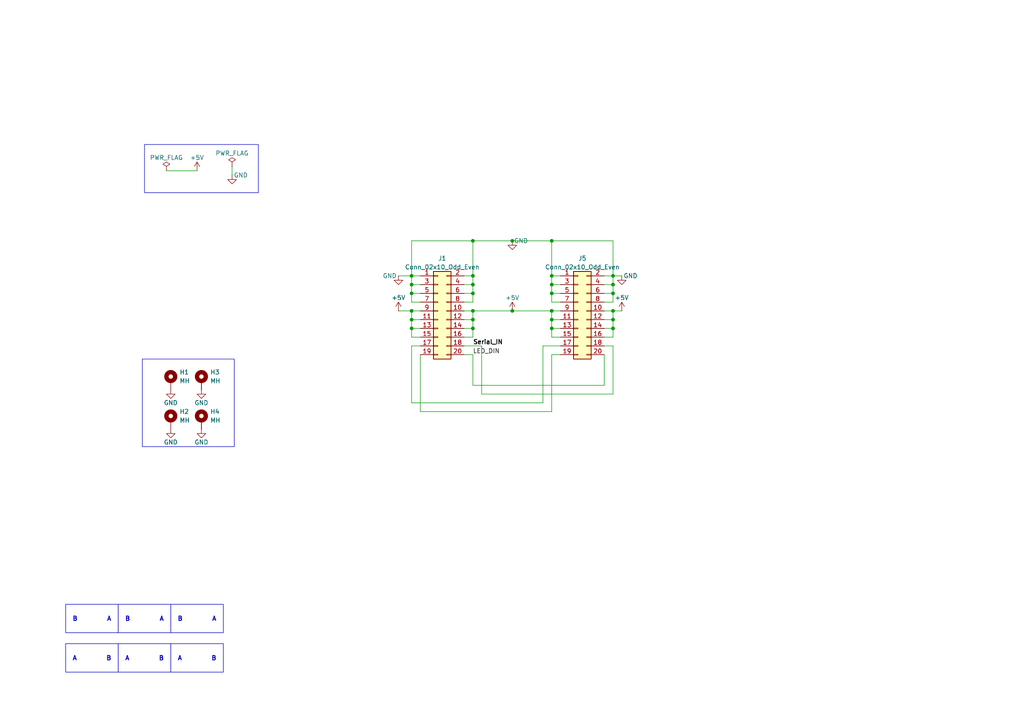
<source format=kicad_sch>
(kicad_sch
	(version 20231120)
	(generator "eeschema")
	(generator_version "8.0")
	(uuid "4a0118d4-2192-466c-b388-156d8d14982b")
	(paper "A4")
	(title_block
		(title "Wooden Mirror")
	)
	(lib_symbols
		(symbol "Connector_Generic:Conn_02x10_Odd_Even"
			(pin_names
				(offset 1.016) hide)
			(exclude_from_sim no)
			(in_bom yes)
			(on_board yes)
			(property "Reference" "J"
				(at 1.27 12.7 0)
				(effects
					(font
						(size 1.27 1.27)
					)
				)
			)
			(property "Value" "Conn_02x10_Odd_Even"
				(at 1.27 -15.24 0)
				(effects
					(font
						(size 1.27 1.27)
					)
				)
			)
			(property "Footprint" ""
				(at 0 0 0)
				(effects
					(font
						(size 1.27 1.27)
					)
					(hide yes)
				)
			)
			(property "Datasheet" "~"
				(at 0 0 0)
				(effects
					(font
						(size 1.27 1.27)
					)
					(hide yes)
				)
			)
			(property "Description" "Generic connector, double row, 02x10, odd/even pin numbering scheme (row 1 odd numbers, row 2 even numbers), script generated (kicad-library-utils/schlib/autogen/connector/)"
				(at 0 0 0)
				(effects
					(font
						(size 1.27 1.27)
					)
					(hide yes)
				)
			)
			(property "ki_keywords" "connector"
				(at 0 0 0)
				(effects
					(font
						(size 1.27 1.27)
					)
					(hide yes)
				)
			)
			(property "ki_fp_filters" "Connector*:*_2x??_*"
				(at 0 0 0)
				(effects
					(font
						(size 1.27 1.27)
					)
					(hide yes)
				)
			)
			(symbol "Conn_02x10_Odd_Even_1_1"
				(rectangle
					(start -1.27 -12.573)
					(end 0 -12.827)
					(stroke
						(width 0.1524)
						(type default)
					)
					(fill
						(type none)
					)
				)
				(rectangle
					(start -1.27 -10.033)
					(end 0 -10.287)
					(stroke
						(width 0.1524)
						(type default)
					)
					(fill
						(type none)
					)
				)
				(rectangle
					(start -1.27 -7.493)
					(end 0 -7.747)
					(stroke
						(width 0.1524)
						(type default)
					)
					(fill
						(type none)
					)
				)
				(rectangle
					(start -1.27 -4.953)
					(end 0 -5.207)
					(stroke
						(width 0.1524)
						(type default)
					)
					(fill
						(type none)
					)
				)
				(rectangle
					(start -1.27 -2.413)
					(end 0 -2.667)
					(stroke
						(width 0.1524)
						(type default)
					)
					(fill
						(type none)
					)
				)
				(rectangle
					(start -1.27 0.127)
					(end 0 -0.127)
					(stroke
						(width 0.1524)
						(type default)
					)
					(fill
						(type none)
					)
				)
				(rectangle
					(start -1.27 2.667)
					(end 0 2.413)
					(stroke
						(width 0.1524)
						(type default)
					)
					(fill
						(type none)
					)
				)
				(rectangle
					(start -1.27 5.207)
					(end 0 4.953)
					(stroke
						(width 0.1524)
						(type default)
					)
					(fill
						(type none)
					)
				)
				(rectangle
					(start -1.27 7.747)
					(end 0 7.493)
					(stroke
						(width 0.1524)
						(type default)
					)
					(fill
						(type none)
					)
				)
				(rectangle
					(start -1.27 10.287)
					(end 0 10.033)
					(stroke
						(width 0.1524)
						(type default)
					)
					(fill
						(type none)
					)
				)
				(rectangle
					(start -1.27 11.43)
					(end 3.81 -13.97)
					(stroke
						(width 0.254)
						(type default)
					)
					(fill
						(type background)
					)
				)
				(rectangle
					(start 3.81 -12.573)
					(end 2.54 -12.827)
					(stroke
						(width 0.1524)
						(type default)
					)
					(fill
						(type none)
					)
				)
				(rectangle
					(start 3.81 -10.033)
					(end 2.54 -10.287)
					(stroke
						(width 0.1524)
						(type default)
					)
					(fill
						(type none)
					)
				)
				(rectangle
					(start 3.81 -7.493)
					(end 2.54 -7.747)
					(stroke
						(width 0.1524)
						(type default)
					)
					(fill
						(type none)
					)
				)
				(rectangle
					(start 3.81 -4.953)
					(end 2.54 -5.207)
					(stroke
						(width 0.1524)
						(type default)
					)
					(fill
						(type none)
					)
				)
				(rectangle
					(start 3.81 -2.413)
					(end 2.54 -2.667)
					(stroke
						(width 0.1524)
						(type default)
					)
					(fill
						(type none)
					)
				)
				(rectangle
					(start 3.81 0.127)
					(end 2.54 -0.127)
					(stroke
						(width 0.1524)
						(type default)
					)
					(fill
						(type none)
					)
				)
				(rectangle
					(start 3.81 2.667)
					(end 2.54 2.413)
					(stroke
						(width 0.1524)
						(type default)
					)
					(fill
						(type none)
					)
				)
				(rectangle
					(start 3.81 5.207)
					(end 2.54 4.953)
					(stroke
						(width 0.1524)
						(type default)
					)
					(fill
						(type none)
					)
				)
				(rectangle
					(start 3.81 7.747)
					(end 2.54 7.493)
					(stroke
						(width 0.1524)
						(type default)
					)
					(fill
						(type none)
					)
				)
				(rectangle
					(start 3.81 10.287)
					(end 2.54 10.033)
					(stroke
						(width 0.1524)
						(type default)
					)
					(fill
						(type none)
					)
				)
				(pin passive line
					(at -5.08 10.16 0)
					(length 3.81)
					(name "Pin_1"
						(effects
							(font
								(size 1.27 1.27)
							)
						)
					)
					(number "1"
						(effects
							(font
								(size 1.27 1.27)
							)
						)
					)
				)
				(pin passive line
					(at 7.62 0 180)
					(length 3.81)
					(name "Pin_10"
						(effects
							(font
								(size 1.27 1.27)
							)
						)
					)
					(number "10"
						(effects
							(font
								(size 1.27 1.27)
							)
						)
					)
				)
				(pin passive line
					(at -5.08 -2.54 0)
					(length 3.81)
					(name "Pin_11"
						(effects
							(font
								(size 1.27 1.27)
							)
						)
					)
					(number "11"
						(effects
							(font
								(size 1.27 1.27)
							)
						)
					)
				)
				(pin passive line
					(at 7.62 -2.54 180)
					(length 3.81)
					(name "Pin_12"
						(effects
							(font
								(size 1.27 1.27)
							)
						)
					)
					(number "12"
						(effects
							(font
								(size 1.27 1.27)
							)
						)
					)
				)
				(pin passive line
					(at -5.08 -5.08 0)
					(length 3.81)
					(name "Pin_13"
						(effects
							(font
								(size 1.27 1.27)
							)
						)
					)
					(number "13"
						(effects
							(font
								(size 1.27 1.27)
							)
						)
					)
				)
				(pin passive line
					(at 7.62 -5.08 180)
					(length 3.81)
					(name "Pin_14"
						(effects
							(font
								(size 1.27 1.27)
							)
						)
					)
					(number "14"
						(effects
							(font
								(size 1.27 1.27)
							)
						)
					)
				)
				(pin passive line
					(at -5.08 -7.62 0)
					(length 3.81)
					(name "Pin_15"
						(effects
							(font
								(size 1.27 1.27)
							)
						)
					)
					(number "15"
						(effects
							(font
								(size 1.27 1.27)
							)
						)
					)
				)
				(pin passive line
					(at 7.62 -7.62 180)
					(length 3.81)
					(name "Pin_16"
						(effects
							(font
								(size 1.27 1.27)
							)
						)
					)
					(number "16"
						(effects
							(font
								(size 1.27 1.27)
							)
						)
					)
				)
				(pin passive line
					(at -5.08 -10.16 0)
					(length 3.81)
					(name "Pin_17"
						(effects
							(font
								(size 1.27 1.27)
							)
						)
					)
					(number "17"
						(effects
							(font
								(size 1.27 1.27)
							)
						)
					)
				)
				(pin passive line
					(at 7.62 -10.16 180)
					(length 3.81)
					(name "Pin_18"
						(effects
							(font
								(size 1.27 1.27)
							)
						)
					)
					(number "18"
						(effects
							(font
								(size 1.27 1.27)
							)
						)
					)
				)
				(pin passive line
					(at -5.08 -12.7 0)
					(length 3.81)
					(name "Pin_19"
						(effects
							(font
								(size 1.27 1.27)
							)
						)
					)
					(number "19"
						(effects
							(font
								(size 1.27 1.27)
							)
						)
					)
				)
				(pin passive line
					(at 7.62 10.16 180)
					(length 3.81)
					(name "Pin_2"
						(effects
							(font
								(size 1.27 1.27)
							)
						)
					)
					(number "2"
						(effects
							(font
								(size 1.27 1.27)
							)
						)
					)
				)
				(pin passive line
					(at 7.62 -12.7 180)
					(length 3.81)
					(name "Pin_20"
						(effects
							(font
								(size 1.27 1.27)
							)
						)
					)
					(number "20"
						(effects
							(font
								(size 1.27 1.27)
							)
						)
					)
				)
				(pin passive line
					(at -5.08 7.62 0)
					(length 3.81)
					(name "Pin_3"
						(effects
							(font
								(size 1.27 1.27)
							)
						)
					)
					(number "3"
						(effects
							(font
								(size 1.27 1.27)
							)
						)
					)
				)
				(pin passive line
					(at 7.62 7.62 180)
					(length 3.81)
					(name "Pin_4"
						(effects
							(font
								(size 1.27 1.27)
							)
						)
					)
					(number "4"
						(effects
							(font
								(size 1.27 1.27)
							)
						)
					)
				)
				(pin passive line
					(at -5.08 5.08 0)
					(length 3.81)
					(name "Pin_5"
						(effects
							(font
								(size 1.27 1.27)
							)
						)
					)
					(number "5"
						(effects
							(font
								(size 1.27 1.27)
							)
						)
					)
				)
				(pin passive line
					(at 7.62 5.08 180)
					(length 3.81)
					(name "Pin_6"
						(effects
							(font
								(size 1.27 1.27)
							)
						)
					)
					(number "6"
						(effects
							(font
								(size 1.27 1.27)
							)
						)
					)
				)
				(pin passive line
					(at -5.08 2.54 0)
					(length 3.81)
					(name "Pin_7"
						(effects
							(font
								(size 1.27 1.27)
							)
						)
					)
					(number "7"
						(effects
							(font
								(size 1.27 1.27)
							)
						)
					)
				)
				(pin passive line
					(at 7.62 2.54 180)
					(length 3.81)
					(name "Pin_8"
						(effects
							(font
								(size 1.27 1.27)
							)
						)
					)
					(number "8"
						(effects
							(font
								(size 1.27 1.27)
							)
						)
					)
				)
				(pin passive line
					(at -5.08 0 0)
					(length 3.81)
					(name "Pin_9"
						(effects
							(font
								(size 1.27 1.27)
							)
						)
					)
					(number "9"
						(effects
							(font
								(size 1.27 1.27)
							)
						)
					)
				)
			)
		)
		(symbol "Mechanical:MountingHole_Pad"
			(pin_numbers hide)
			(pin_names
				(offset 1.016) hide)
			(exclude_from_sim yes)
			(in_bom no)
			(on_board yes)
			(property "Reference" "H"
				(at 0 6.35 0)
				(effects
					(font
						(size 1.27 1.27)
					)
				)
			)
			(property "Value" "MountingHole_Pad"
				(at 0 4.445 0)
				(effects
					(font
						(size 1.27 1.27)
					)
				)
			)
			(property "Footprint" ""
				(at 0 0 0)
				(effects
					(font
						(size 1.27 1.27)
					)
					(hide yes)
				)
			)
			(property "Datasheet" "~"
				(at 0 0 0)
				(effects
					(font
						(size 1.27 1.27)
					)
					(hide yes)
				)
			)
			(property "Description" "Mounting Hole with connection"
				(at 0 0 0)
				(effects
					(font
						(size 1.27 1.27)
					)
					(hide yes)
				)
			)
			(property "ki_keywords" "mounting hole"
				(at 0 0 0)
				(effects
					(font
						(size 1.27 1.27)
					)
					(hide yes)
				)
			)
			(property "ki_fp_filters" "MountingHole*Pad*"
				(at 0 0 0)
				(effects
					(font
						(size 1.27 1.27)
					)
					(hide yes)
				)
			)
			(symbol "MountingHole_Pad_0_1"
				(circle
					(center 0 1.27)
					(radius 1.27)
					(stroke
						(width 1.27)
						(type default)
					)
					(fill
						(type none)
					)
				)
			)
			(symbol "MountingHole_Pad_1_1"
				(pin input line
					(at 0 -2.54 90)
					(length 2.54)
					(name "1"
						(effects
							(font
								(size 1.27 1.27)
							)
						)
					)
					(number "1"
						(effects
							(font
								(size 1.27 1.27)
							)
						)
					)
				)
			)
		)
		(symbol "power:+5V"
			(power)
			(pin_numbers hide)
			(pin_names
				(offset 0) hide)
			(exclude_from_sim no)
			(in_bom yes)
			(on_board yes)
			(property "Reference" "#PWR"
				(at 0 -3.81 0)
				(effects
					(font
						(size 1.27 1.27)
					)
					(hide yes)
				)
			)
			(property "Value" "+5V"
				(at 0 3.556 0)
				(effects
					(font
						(size 1.27 1.27)
					)
				)
			)
			(property "Footprint" ""
				(at 0 0 0)
				(effects
					(font
						(size 1.27 1.27)
					)
					(hide yes)
				)
			)
			(property "Datasheet" ""
				(at 0 0 0)
				(effects
					(font
						(size 1.27 1.27)
					)
					(hide yes)
				)
			)
			(property "Description" "Power symbol creates a global label with name \"+5V\""
				(at 0 0 0)
				(effects
					(font
						(size 1.27 1.27)
					)
					(hide yes)
				)
			)
			(property "ki_keywords" "global power"
				(at 0 0 0)
				(effects
					(font
						(size 1.27 1.27)
					)
					(hide yes)
				)
			)
			(symbol "+5V_0_1"
				(polyline
					(pts
						(xy -0.762 1.27) (xy 0 2.54)
					)
					(stroke
						(width 0)
						(type default)
					)
					(fill
						(type none)
					)
				)
				(polyline
					(pts
						(xy 0 0) (xy 0 2.54)
					)
					(stroke
						(width 0)
						(type default)
					)
					(fill
						(type none)
					)
				)
				(polyline
					(pts
						(xy 0 2.54) (xy 0.762 1.27)
					)
					(stroke
						(width 0)
						(type default)
					)
					(fill
						(type none)
					)
				)
			)
			(symbol "+5V_1_1"
				(pin power_in line
					(at 0 0 90)
					(length 0)
					(name "~"
						(effects
							(font
								(size 1.27 1.27)
							)
						)
					)
					(number "1"
						(effects
							(font
								(size 1.27 1.27)
							)
						)
					)
				)
			)
		)
		(symbol "power:GND"
			(power)
			(pin_numbers hide)
			(pin_names
				(offset 0) hide)
			(exclude_from_sim no)
			(in_bom yes)
			(on_board yes)
			(property "Reference" "#PWR"
				(at 0 -6.35 0)
				(effects
					(font
						(size 1.27 1.27)
					)
					(hide yes)
				)
			)
			(property "Value" "GND"
				(at 0 -3.81 0)
				(effects
					(font
						(size 1.27 1.27)
					)
				)
			)
			(property "Footprint" ""
				(at 0 0 0)
				(effects
					(font
						(size 1.27 1.27)
					)
					(hide yes)
				)
			)
			(property "Datasheet" ""
				(at 0 0 0)
				(effects
					(font
						(size 1.27 1.27)
					)
					(hide yes)
				)
			)
			(property "Description" "Power symbol creates a global label with name \"GND\" , ground"
				(at 0 0 0)
				(effects
					(font
						(size 1.27 1.27)
					)
					(hide yes)
				)
			)
			(property "ki_keywords" "global power"
				(at 0 0 0)
				(effects
					(font
						(size 1.27 1.27)
					)
					(hide yes)
				)
			)
			(symbol "GND_0_1"
				(polyline
					(pts
						(xy 0 0) (xy 0 -1.27) (xy 1.27 -1.27) (xy 0 -2.54) (xy -1.27 -1.27) (xy 0 -1.27)
					)
					(stroke
						(width 0)
						(type default)
					)
					(fill
						(type none)
					)
				)
			)
			(symbol "GND_1_1"
				(pin power_in line
					(at 0 0 270)
					(length 0)
					(name "~"
						(effects
							(font
								(size 1.27 1.27)
							)
						)
					)
					(number "1"
						(effects
							(font
								(size 1.27 1.27)
							)
						)
					)
				)
			)
		)
		(symbol "power:PWR_FLAG"
			(power)
			(pin_numbers hide)
			(pin_names
				(offset 0) hide)
			(exclude_from_sim no)
			(in_bom yes)
			(on_board yes)
			(property "Reference" "#FLG"
				(at 0 1.905 0)
				(effects
					(font
						(size 1.27 1.27)
					)
					(hide yes)
				)
			)
			(property "Value" "PWR_FLAG"
				(at 0 3.81 0)
				(effects
					(font
						(size 1.27 1.27)
					)
				)
			)
			(property "Footprint" ""
				(at 0 0 0)
				(effects
					(font
						(size 1.27 1.27)
					)
					(hide yes)
				)
			)
			(property "Datasheet" "~"
				(at 0 0 0)
				(effects
					(font
						(size 1.27 1.27)
					)
					(hide yes)
				)
			)
			(property "Description" "Special symbol for telling ERC where power comes from"
				(at 0 0 0)
				(effects
					(font
						(size 1.27 1.27)
					)
					(hide yes)
				)
			)
			(property "ki_keywords" "flag power"
				(at 0 0 0)
				(effects
					(font
						(size 1.27 1.27)
					)
					(hide yes)
				)
			)
			(symbol "PWR_FLAG_0_0"
				(pin power_out line
					(at 0 0 90)
					(length 0)
					(name "~"
						(effects
							(font
								(size 1.27 1.27)
							)
						)
					)
					(number "1"
						(effects
							(font
								(size 1.27 1.27)
							)
						)
					)
				)
			)
			(symbol "PWR_FLAG_0_1"
				(polyline
					(pts
						(xy 0 0) (xy 0 1.27) (xy -1.016 1.905) (xy 0 2.54) (xy 1.016 1.905) (xy 0 1.27)
					)
					(stroke
						(width 0)
						(type default)
					)
					(fill
						(type none)
					)
				)
			)
		)
	)
	(junction
		(at 148.59 69.85)
		(diameter 0)
		(color 0 0 0 0)
		(uuid "0965be02-2ef8-4725-87bb-5cab2e5b8123")
	)
	(junction
		(at 119.38 90.17)
		(diameter 0)
		(color 0 0 0 0)
		(uuid "0e380396-8d6f-4ff1-97a4-f46e4b45d9e9")
	)
	(junction
		(at 177.8 82.55)
		(diameter 0)
		(color 0 0 0 0)
		(uuid "24a30af3-a217-4a7f-94db-3b527ad4f3e0")
	)
	(junction
		(at 177.8 80.01)
		(diameter 0)
		(color 0 0 0 0)
		(uuid "2efbfe6f-7b97-4545-b6e7-a3035dfb3d31")
	)
	(junction
		(at 137.16 90.17)
		(diameter 0)
		(color 0 0 0 0)
		(uuid "357c4456-1d01-4f23-a200-af92d891b451")
	)
	(junction
		(at 119.38 82.55)
		(diameter 0)
		(color 0 0 0 0)
		(uuid "3ab3ee9b-1e1c-4339-b0bc-df697b784a8a")
	)
	(junction
		(at 177.8 95.25)
		(diameter 0)
		(color 0 0 0 0)
		(uuid "499e9dfe-147a-4230-b4a8-7ca01213c0f9")
	)
	(junction
		(at 137.16 69.85)
		(diameter 0)
		(color 0 0 0 0)
		(uuid "4c9c63dd-038e-4594-800f-09d4588bea87")
	)
	(junction
		(at 160.02 82.55)
		(diameter 0)
		(color 0 0 0 0)
		(uuid "5136bfb9-9ce0-4ecc-a477-00c3445bb4a7")
	)
	(junction
		(at 137.16 80.01)
		(diameter 0)
		(color 0 0 0 0)
		(uuid "5967beb9-8a75-4f6a-b660-01ec94e188e9")
	)
	(junction
		(at 119.38 95.25)
		(diameter 0)
		(color 0 0 0 0)
		(uuid "59f54067-3323-452c-9509-8bb2b2da501a")
	)
	(junction
		(at 137.16 82.55)
		(diameter 0)
		(color 0 0 0 0)
		(uuid "63e8e42e-03d7-43f6-8a43-e77ec9d9afcf")
	)
	(junction
		(at 160.02 80.01)
		(diameter 0)
		(color 0 0 0 0)
		(uuid "68cd387c-22f3-4631-917b-80aa3605ee17")
	)
	(junction
		(at 160.02 90.17)
		(diameter 0)
		(color 0 0 0 0)
		(uuid "69c36510-4208-4f52-9e15-0499d957483b")
	)
	(junction
		(at 160.02 69.85)
		(diameter 0)
		(color 0 0 0 0)
		(uuid "6a2195e4-d479-42db-954d-184f186baa6d")
	)
	(junction
		(at 160.02 85.09)
		(diameter 0)
		(color 0 0 0 0)
		(uuid "6ce361c6-ccfe-4713-a34e-b59c840d3c7a")
	)
	(junction
		(at 160.02 95.25)
		(diameter 0)
		(color 0 0 0 0)
		(uuid "6eb2580a-33cb-4b07-b0b4-254b1a094a45")
	)
	(junction
		(at 177.8 85.09)
		(diameter 0)
		(color 0 0 0 0)
		(uuid "77ab9100-0a02-49e8-a551-ca5582a2b077")
	)
	(junction
		(at 137.16 92.71)
		(diameter 0)
		(color 0 0 0 0)
		(uuid "7e1dd366-d1ad-4f9b-9fa5-cafb2864a80b")
	)
	(junction
		(at 177.8 90.17)
		(diameter 0)
		(color 0 0 0 0)
		(uuid "a1b56ee2-62dc-4c5e-b4c3-732e08b1afe1")
	)
	(junction
		(at 119.38 85.09)
		(diameter 0)
		(color 0 0 0 0)
		(uuid "a4f2b6a6-c7a9-4179-9165-efb33c417932")
	)
	(junction
		(at 137.16 95.25)
		(diameter 0)
		(color 0 0 0 0)
		(uuid "bff3bc81-e25e-4c94-99f9-6f240fc7c349")
	)
	(junction
		(at 148.59 90.17)
		(diameter 0)
		(color 0 0 0 0)
		(uuid "d1e40a8b-b151-4596-9bad-4d9a35cb7d19")
	)
	(junction
		(at 119.38 92.71)
		(diameter 0)
		(color 0 0 0 0)
		(uuid "d41c3897-8a74-46e0-920d-17d47a1f6c99")
	)
	(junction
		(at 177.8 92.71)
		(diameter 0)
		(color 0 0 0 0)
		(uuid "e7bb01ea-e301-4d9f-a142-9d28db697c1c")
	)
	(junction
		(at 137.16 85.09)
		(diameter 0)
		(color 0 0 0 0)
		(uuid "ec14137a-720f-4420-b078-fe458a08cff2")
	)
	(junction
		(at 119.38 80.01)
		(diameter 0)
		(color 0 0 0 0)
		(uuid "ee008d7a-bc13-4544-843c-e85886d323a6")
	)
	(junction
		(at 160.02 92.71)
		(diameter 0)
		(color 0 0 0 0)
		(uuid "ffe10bde-61fd-4adb-afe9-9648c761bc4a")
	)
	(wire
		(pts
			(xy 134.62 102.87) (xy 137.16 102.87)
		)
		(stroke
			(width 0)
			(type default)
		)
		(uuid "00745380-e107-48e1-b8f6-2538c52c709f")
	)
	(wire
		(pts
			(xy 134.62 92.71) (xy 137.16 92.71)
		)
		(stroke
			(width 0)
			(type default)
		)
		(uuid "0178ad8f-2e83-486e-b50b-753906b60749")
	)
	(wire
		(pts
			(xy 119.38 97.79) (xy 119.38 95.25)
		)
		(stroke
			(width 0)
			(type default)
		)
		(uuid "03869771-1b15-4ee0-9d31-41e13dd68869")
	)
	(wire
		(pts
			(xy 162.56 87.63) (xy 160.02 87.63)
		)
		(stroke
			(width 0)
			(type default)
		)
		(uuid "068d9fd3-f122-4791-a7d8-3aede5aa69d1")
	)
	(wire
		(pts
			(xy 177.8 97.79) (xy 177.8 95.25)
		)
		(stroke
			(width 0)
			(type default)
		)
		(uuid "0a6cbbf1-dace-421c-b5a5-e166e90db3d1")
	)
	(wire
		(pts
			(xy 139.7 114.3) (xy 177.8 114.3)
		)
		(stroke
			(width 0)
			(type default)
		)
		(uuid "0c01232d-6f0b-4897-b006-fec7cf374977")
	)
	(wire
		(pts
			(xy 177.8 95.25) (xy 177.8 92.71)
		)
		(stroke
			(width 0)
			(type default)
		)
		(uuid "0d828efc-8e06-4e5c-8cc7-3d349394c658")
	)
	(wire
		(pts
			(xy 175.26 90.17) (xy 177.8 90.17)
		)
		(stroke
			(width 0)
			(type default)
		)
		(uuid "0fec11cc-a298-4ad9-a3d8-0a8d28db7ce6")
	)
	(wire
		(pts
			(xy 139.7 100.33) (xy 139.7 114.3)
		)
		(stroke
			(width 0)
			(type default)
		)
		(uuid "151ff5ea-5b45-4289-95cd-24fc3d65a6d1")
	)
	(wire
		(pts
			(xy 137.16 102.87) (xy 137.16 111.76)
		)
		(stroke
			(width 0)
			(type default)
		)
		(uuid "154933c5-ed66-4e58-9afc-7ad7abd88a0d")
	)
	(wire
		(pts
			(xy 115.57 90.17) (xy 119.38 90.17)
		)
		(stroke
			(width 0)
			(type default)
		)
		(uuid "1d9bbb02-6c52-4018-94ab-4590f75d1137")
	)
	(wire
		(pts
			(xy 121.92 95.25) (xy 119.38 95.25)
		)
		(stroke
			(width 0)
			(type default)
		)
		(uuid "1f10df53-d5f1-4a58-a093-d08ea6488e83")
	)
	(wire
		(pts
			(xy 162.56 82.55) (xy 160.02 82.55)
		)
		(stroke
			(width 0)
			(type default)
		)
		(uuid "236b00be-cf14-4c2b-b4ce-761498edd52d")
	)
	(wire
		(pts
			(xy 160.02 102.87) (xy 160.02 119.38)
		)
		(stroke
			(width 0)
			(type default)
		)
		(uuid "2570436d-b755-404d-ad2b-87ac93bc638b")
	)
	(wire
		(pts
			(xy 162.56 95.25) (xy 160.02 95.25)
		)
		(stroke
			(width 0)
			(type default)
		)
		(uuid "27a7ed3b-64ed-4f9d-beb8-9cefda225cc5")
	)
	(wire
		(pts
			(xy 137.16 92.71) (xy 137.16 90.17)
		)
		(stroke
			(width 0)
			(type default)
		)
		(uuid "2a0796cf-9d71-4929-a65c-872d03dedcec")
	)
	(wire
		(pts
			(xy 119.38 69.85) (xy 119.38 80.01)
		)
		(stroke
			(width 0)
			(type default)
		)
		(uuid "2d8d5eed-a4ef-4826-a5f8-d4a6e4db7df8")
	)
	(wire
		(pts
			(xy 175.26 87.63) (xy 177.8 87.63)
		)
		(stroke
			(width 0)
			(type default)
		)
		(uuid "2db7536d-d326-4c33-a22f-10a72b05ebe5")
	)
	(wire
		(pts
			(xy 67.31 48.26) (xy 67.31 50.8)
		)
		(stroke
			(width 0)
			(type default)
		)
		(uuid "2ec11fe4-90d9-4fe0-82f2-c996bd1a6a6f")
	)
	(wire
		(pts
			(xy 134.62 87.63) (xy 137.16 87.63)
		)
		(stroke
			(width 0)
			(type default)
		)
		(uuid "32e14ca4-ced7-4cbd-9a84-e2a377f15951")
	)
	(wire
		(pts
			(xy 119.38 95.25) (xy 119.38 92.71)
		)
		(stroke
			(width 0)
			(type default)
		)
		(uuid "3b1e48db-4093-4744-b604-8cc5dcfb5b34")
	)
	(wire
		(pts
			(xy 160.02 95.25) (xy 160.02 92.71)
		)
		(stroke
			(width 0)
			(type default)
		)
		(uuid "4250841b-c598-4b43-b31e-6e7f45de4fab")
	)
	(wire
		(pts
			(xy 162.56 97.79) (xy 160.02 97.79)
		)
		(stroke
			(width 0)
			(type default)
		)
		(uuid "42e06327-0f91-4e49-bd3f-b2188a0ada1d")
	)
	(wire
		(pts
			(xy 121.92 80.01) (xy 119.38 80.01)
		)
		(stroke
			(width 0)
			(type default)
		)
		(uuid "44835c57-66f9-4902-9fe7-87651245717e")
	)
	(wire
		(pts
			(xy 162.56 80.01) (xy 160.02 80.01)
		)
		(stroke
			(width 0)
			(type default)
		)
		(uuid "4bc5344c-33fe-48d5-9a23-3a7b7ec21e21")
	)
	(wire
		(pts
			(xy 160.02 80.01) (xy 160.02 69.85)
		)
		(stroke
			(width 0)
			(type default)
		)
		(uuid "4df3c50a-e24e-4fbc-b585-0e17e39fbde3")
	)
	(wire
		(pts
			(xy 177.8 92.71) (xy 177.8 90.17)
		)
		(stroke
			(width 0)
			(type default)
		)
		(uuid "4f79c011-7b4c-4c67-95be-dd8a5191f213")
	)
	(wire
		(pts
			(xy 121.92 119.38) (xy 121.92 102.87)
		)
		(stroke
			(width 0)
			(type default)
		)
		(uuid "53eecda9-9205-4911-a7d0-d512ed25f9b7")
	)
	(wire
		(pts
			(xy 119.38 87.63) (xy 119.38 85.09)
		)
		(stroke
			(width 0)
			(type default)
		)
		(uuid "5528c98f-f851-47e0-a2cf-f36c9e5cda1d")
	)
	(wire
		(pts
			(xy 134.62 90.17) (xy 137.16 90.17)
		)
		(stroke
			(width 0)
			(type default)
		)
		(uuid "57172849-3698-4335-9d18-7ca902a6bb4e")
	)
	(wire
		(pts
			(xy 160.02 87.63) (xy 160.02 85.09)
		)
		(stroke
			(width 0)
			(type default)
		)
		(uuid "57aca569-cd2f-4e37-b60e-52017ca2e3d4")
	)
	(wire
		(pts
			(xy 177.8 90.17) (xy 180.34 90.17)
		)
		(stroke
			(width 0)
			(type default)
		)
		(uuid "58622a93-3fc4-4fa5-ab46-49e5f2881c5d")
	)
	(wire
		(pts
			(xy 121.92 97.79) (xy 119.38 97.79)
		)
		(stroke
			(width 0)
			(type default)
		)
		(uuid "58af09cf-ac84-4886-aff1-36069aa4d038")
	)
	(wire
		(pts
			(xy 137.16 90.17) (xy 148.59 90.17)
		)
		(stroke
			(width 0)
			(type default)
		)
		(uuid "5b8980ff-3579-474d-a7f7-b52fa5e56091")
	)
	(wire
		(pts
			(xy 137.16 111.76) (xy 175.26 111.76)
		)
		(stroke
			(width 0)
			(type default)
		)
		(uuid "5c72e781-fdfc-4d1a-82cb-23d78c10d106")
	)
	(wire
		(pts
			(xy 121.92 87.63) (xy 119.38 87.63)
		)
		(stroke
			(width 0)
			(type default)
		)
		(uuid "5d561197-a37a-4e86-8e37-dfff81748f64")
	)
	(wire
		(pts
			(xy 162.56 92.71) (xy 160.02 92.71)
		)
		(stroke
			(width 0)
			(type default)
		)
		(uuid "5f1f2593-034c-492d-9ad3-dd58fac2b42d")
	)
	(wire
		(pts
			(xy 119.38 90.17) (xy 121.92 90.17)
		)
		(stroke
			(width 0)
			(type default)
		)
		(uuid "6002686d-f922-4744-afc0-91fba555b4db")
	)
	(wire
		(pts
			(xy 134.62 82.55) (xy 137.16 82.55)
		)
		(stroke
			(width 0)
			(type default)
		)
		(uuid "6376d548-4238-44c4-be16-dababc2dce54")
	)
	(wire
		(pts
			(xy 121.92 92.71) (xy 119.38 92.71)
		)
		(stroke
			(width 0)
			(type default)
		)
		(uuid "642b4827-e799-4bd9-8c35-4d812f1649b8")
	)
	(wire
		(pts
			(xy 134.62 80.01) (xy 137.16 80.01)
		)
		(stroke
			(width 0)
			(type default)
		)
		(uuid "64da9030-6be7-4a58-bf56-084e8c12ed61")
	)
	(wire
		(pts
			(xy 175.26 111.76) (xy 175.26 102.87)
		)
		(stroke
			(width 0)
			(type default)
		)
		(uuid "652dfbf3-a15e-49af-9b7d-537ae7499c7a")
	)
	(wire
		(pts
			(xy 119.38 100.33) (xy 121.92 100.33)
		)
		(stroke
			(width 0)
			(type default)
		)
		(uuid "65e9ea7d-14cd-4fd9-b47d-23cb07b079ea")
	)
	(wire
		(pts
			(xy 134.62 100.33) (xy 139.7 100.33)
		)
		(stroke
			(width 0)
			(type default)
		)
		(uuid "69039de4-0222-4078-839a-771777d5ab98")
	)
	(wire
		(pts
			(xy 148.59 90.17) (xy 160.02 90.17)
		)
		(stroke
			(width 0)
			(type default)
		)
		(uuid "6bae2f77-69d6-4ea7-b5bd-6a92b273d28d")
	)
	(wire
		(pts
			(xy 175.26 80.01) (xy 177.8 80.01)
		)
		(stroke
			(width 0)
			(type default)
		)
		(uuid "6be43e8a-6586-4a0b-a180-74dde2da183c")
	)
	(wire
		(pts
			(xy 175.26 92.71) (xy 177.8 92.71)
		)
		(stroke
			(width 0)
			(type default)
		)
		(uuid "733127e1-8354-4aec-9ced-dccc605ec103")
	)
	(wire
		(pts
			(xy 177.8 69.85) (xy 177.8 80.01)
		)
		(stroke
			(width 0)
			(type default)
		)
		(uuid "7cbc2f14-31b3-4479-9ab0-2b753a132feb")
	)
	(wire
		(pts
			(xy 119.38 69.85) (xy 137.16 69.85)
		)
		(stroke
			(width 0)
			(type default)
		)
		(uuid "828f9abd-f182-42b2-9a06-66ff47f97f26")
	)
	(wire
		(pts
			(xy 134.62 85.09) (xy 137.16 85.09)
		)
		(stroke
			(width 0)
			(type default)
		)
		(uuid "82bba9bf-dc58-486a-b52f-9a48a01f5097")
	)
	(wire
		(pts
			(xy 157.48 116.84) (xy 119.38 116.84)
		)
		(stroke
			(width 0)
			(type default)
		)
		(uuid "8405a0e4-6356-47f5-bad8-d5048e81e09e")
	)
	(wire
		(pts
			(xy 134.62 95.25) (xy 137.16 95.25)
		)
		(stroke
			(width 0)
			(type default)
		)
		(uuid "84ce3907-6f4c-4bb5-9a0e-55ca2f3388cd")
	)
	(wire
		(pts
			(xy 160.02 97.79) (xy 160.02 95.25)
		)
		(stroke
			(width 0)
			(type default)
		)
		(uuid "856b54b3-3b1d-4664-a93e-38f19b7c8baf")
	)
	(wire
		(pts
			(xy 148.59 69.85) (xy 160.02 69.85)
		)
		(stroke
			(width 0)
			(type default)
		)
		(uuid "8e99905b-000f-493f-b607-04fba171eeb2")
	)
	(wire
		(pts
			(xy 177.8 80.01) (xy 180.34 80.01)
		)
		(stroke
			(width 0)
			(type default)
		)
		(uuid "8f962f84-b860-463a-ae46-98c1f880434d")
	)
	(wire
		(pts
			(xy 157.48 100.33) (xy 157.48 116.84)
		)
		(stroke
			(width 0)
			(type default)
		)
		(uuid "900e841b-d56c-43a9-af81-014038f96f2e")
	)
	(wire
		(pts
			(xy 175.26 97.79) (xy 177.8 97.79)
		)
		(stroke
			(width 0)
			(type default)
		)
		(uuid "950b7cae-b579-4dc4-8ff1-e3cf598d4900")
	)
	(wire
		(pts
			(xy 160.02 90.17) (xy 160.02 92.71)
		)
		(stroke
			(width 0)
			(type default)
		)
		(uuid "9595ec8f-51d4-49ea-af07-69434bcb351e")
	)
	(wire
		(pts
			(xy 177.8 114.3) (xy 177.8 100.33)
		)
		(stroke
			(width 0)
			(type default)
		)
		(uuid "97045c16-62c7-434e-89f4-bae268cb8748")
	)
	(wire
		(pts
			(xy 175.26 82.55) (xy 177.8 82.55)
		)
		(stroke
			(width 0)
			(type default)
		)
		(uuid "9c4ea27a-2e99-4e1d-962e-ea5a04246d70")
	)
	(wire
		(pts
			(xy 177.8 87.63) (xy 177.8 85.09)
		)
		(stroke
			(width 0)
			(type default)
		)
		(uuid "9f6c5249-9999-43fc-b58b-47c3653abb64")
	)
	(wire
		(pts
			(xy 48.26 49.53) (xy 57.15 49.53)
		)
		(stroke
			(width 0)
			(type default)
		)
		(uuid "a824a85c-27a2-46c9-b1a5-861514dcf474")
	)
	(wire
		(pts
			(xy 177.8 100.33) (xy 175.26 100.33)
		)
		(stroke
			(width 0)
			(type default)
		)
		(uuid "a90a4d38-d826-4c21-bf7c-d842416748ca")
	)
	(wire
		(pts
			(xy 137.16 82.55) (xy 137.16 85.09)
		)
		(stroke
			(width 0)
			(type default)
		)
		(uuid "b454803d-337a-4e6e-a290-5f038fc29f7d")
	)
	(wire
		(pts
			(xy 137.16 95.25) (xy 137.16 92.71)
		)
		(stroke
			(width 0)
			(type default)
		)
		(uuid "b61af39f-9b96-4137-b764-5004ba8693aa")
	)
	(wire
		(pts
			(xy 175.26 95.25) (xy 177.8 95.25)
		)
		(stroke
			(width 0)
			(type default)
		)
		(uuid "b6fcddb5-9b30-4479-9f6d-a398b8daaebe")
	)
	(wire
		(pts
			(xy 137.16 80.01) (xy 137.16 82.55)
		)
		(stroke
			(width 0)
			(type default)
		)
		(uuid "bab26b6c-158e-48d1-8563-d2b6f06354ec")
	)
	(wire
		(pts
			(xy 177.8 69.85) (xy 160.02 69.85)
		)
		(stroke
			(width 0)
			(type default)
		)
		(uuid "bb95b463-c46f-40b8-b246-9a0ab89e0137")
	)
	(wire
		(pts
			(xy 119.38 90.17) (xy 119.38 92.71)
		)
		(stroke
			(width 0)
			(type default)
		)
		(uuid "c27b1cae-a3b3-4132-884e-e22a42d5891d")
	)
	(wire
		(pts
			(xy 119.38 80.01) (xy 119.38 82.55)
		)
		(stroke
			(width 0)
			(type default)
		)
		(uuid "c55c0549-1b73-4b61-a3c6-742af945b636")
	)
	(wire
		(pts
			(xy 160.02 82.55) (xy 160.02 85.09)
		)
		(stroke
			(width 0)
			(type default)
		)
		(uuid "c9ec805c-d273-45df-bb27-2a4c47375bb5")
	)
	(wire
		(pts
			(xy 137.16 69.85) (xy 137.16 80.01)
		)
		(stroke
			(width 0)
			(type default)
		)
		(uuid "ca49077d-8d3e-4c40-883c-be83e787f727")
	)
	(wire
		(pts
			(xy 160.02 85.09) (xy 162.56 85.09)
		)
		(stroke
			(width 0)
			(type default)
		)
		(uuid "cf32fbd3-645a-43fa-b3e4-2ef8273f4b8e")
	)
	(wire
		(pts
			(xy 137.16 69.85) (xy 148.59 69.85)
		)
		(stroke
			(width 0)
			(type default)
		)
		(uuid "d0b06392-badc-4b0d-b940-45eb3dcdf91b")
	)
	(wire
		(pts
			(xy 160.02 119.38) (xy 121.92 119.38)
		)
		(stroke
			(width 0)
			(type default)
		)
		(uuid "d711d688-7fe2-4a80-98be-9c717180aaa1")
	)
	(wire
		(pts
			(xy 177.8 80.01) (xy 177.8 82.55)
		)
		(stroke
			(width 0)
			(type default)
		)
		(uuid "dd783162-e00e-466f-b0f4-76cc7f0f8a16")
	)
	(wire
		(pts
			(xy 134.62 97.79) (xy 137.16 97.79)
		)
		(stroke
			(width 0)
			(type default)
		)
		(uuid "e1033b13-c735-4e81-9985-56fd66ecd0bb")
	)
	(wire
		(pts
			(xy 137.16 97.79) (xy 137.16 95.25)
		)
		(stroke
			(width 0)
			(type default)
		)
		(uuid "e177f8ef-3b25-4cdb-b787-26291b0504d9")
	)
	(wire
		(pts
			(xy 175.26 85.09) (xy 177.8 85.09)
		)
		(stroke
			(width 0)
			(type default)
		)
		(uuid "e3c8cfbd-e263-412b-924a-d922c7082c94")
	)
	(wire
		(pts
			(xy 162.56 102.87) (xy 160.02 102.87)
		)
		(stroke
			(width 0)
			(type default)
		)
		(uuid "e462fec6-6364-46f4-a4f2-7b1419452b52")
	)
	(wire
		(pts
			(xy 160.02 80.01) (xy 160.02 82.55)
		)
		(stroke
			(width 0)
			(type default)
		)
		(uuid "e51d122f-88f7-420b-b566-fc3b4fa8c2ac")
	)
	(wire
		(pts
			(xy 119.38 85.09) (xy 121.92 85.09)
		)
		(stroke
			(width 0)
			(type default)
		)
		(uuid "e5c2049e-1a92-4983-9336-64f1bb09be57")
	)
	(wire
		(pts
			(xy 121.92 82.55) (xy 119.38 82.55)
		)
		(stroke
			(width 0)
			(type default)
		)
		(uuid "ea04a53b-1c29-4518-a621-74e1a6a5b6ea")
	)
	(wire
		(pts
			(xy 115.57 80.01) (xy 119.38 80.01)
		)
		(stroke
			(width 0)
			(type default)
		)
		(uuid "eec6ddda-33be-479b-90a8-5dda60881ee5")
	)
	(wire
		(pts
			(xy 119.38 116.84) (xy 119.38 100.33)
		)
		(stroke
			(width 0)
			(type default)
		)
		(uuid "f652d09a-1b0e-4099-8746-d31b1d8a34cc")
	)
	(wire
		(pts
			(xy 119.38 82.55) (xy 119.38 85.09)
		)
		(stroke
			(width 0)
			(type default)
		)
		(uuid "f6da4c43-08ab-41e2-b3c6-d30f0e36de87")
	)
	(wire
		(pts
			(xy 137.16 87.63) (xy 137.16 85.09)
		)
		(stroke
			(width 0)
			(type default)
		)
		(uuid "fa8f3442-691b-4b79-b2e8-ce9c22633306")
	)
	(wire
		(pts
			(xy 177.8 82.55) (xy 177.8 85.09)
		)
		(stroke
			(width 0)
			(type default)
		)
		(uuid "fc17335a-a91d-41cd-942f-c6cc081365b3")
	)
	(wire
		(pts
			(xy 160.02 90.17) (xy 162.56 90.17)
		)
		(stroke
			(width 0)
			(type default)
		)
		(uuid "fc58193a-38f6-4bef-8b53-1d0fd4bb619d")
	)
	(wire
		(pts
			(xy 157.48 100.33) (xy 162.56 100.33)
		)
		(stroke
			(width 0)
			(type default)
		)
		(uuid "ffefffd6-d7c5-430b-8c37-8dc94fd324d0")
	)
	(rectangle
		(start 41.275 104.14)
		(end 67.945 129.54)
		(stroke
			(width 0)
			(type default)
		)
		(fill
			(type none)
		)
		(uuid 133d968d-8c94-4e14-9cc5-5f10b4f08431)
	)
	(rectangle
		(start 41.91 41.91)
		(end 74.93 55.88)
		(stroke
			(width 0)
			(type default)
		)
		(fill
			(type none)
		)
		(uuid b128e973-465f-4c4f-a0a7-8185859bea33)
	)
	(text_box "A         B"
		(exclude_from_sim no)
		(at 34.29 186.69 0)
		(size 15.24 8.255)
		(stroke
			(width 0)
			(type default)
		)
		(fill
			(type none)
		)
		(effects
			(font
				(size 1.27 1.27)
				(thickness 0.254)
				(bold yes)
			)
		)
		(uuid "4c9da8cf-411a-40a1-a48c-30fcc210df41")
	)
	(text_box "B         A"
		(exclude_from_sim no)
		(at 34.29 175.26 0)
		(size 15.24 8.255)
		(stroke
			(width 0)
			(type default)
		)
		(fill
			(type none)
		)
		(effects
			(font
				(size 1.27 1.27)
				(thickness 0.254)
				(bold yes)
			)
		)
		(uuid "7abe7410-f09b-406a-853d-fa7a24a041df")
	)
	(text_box "B         A"
		(exclude_from_sim no)
		(at 49.53 175.26 0)
		(size 15.24 8.255)
		(stroke
			(width 0)
			(type default)
		)
		(fill
			(type none)
		)
		(effects
			(font
				(size 1.27 1.27)
				(thickness 0.254)
				(bold yes)
			)
		)
		(uuid "7f7da367-6b4b-43e0-b8a0-e54fc65c41ca")
	)
	(text_box "B         A"
		(exclude_from_sim no)
		(at 19.05 175.26 0)
		(size 15.24 8.255)
		(stroke
			(width 0)
			(type default)
		)
		(fill
			(type none)
		)
		(effects
			(font
				(size 1.27 1.27)
				(thickness 0.254)
				(bold yes)
			)
		)
		(uuid "8fdba75b-4bec-412b-9405-6723face1faa")
	)
	(text_box "A         B"
		(exclude_from_sim no)
		(at 19.05 186.69 0)
		(size 15.24 8.255)
		(stroke
			(width 0)
			(type default)
		)
		(fill
			(type none)
		)
		(effects
			(font
				(size 1.27 1.27)
				(thickness 0.254)
				(bold yes)
			)
		)
		(uuid "e24b6a63-f318-4cb9-bcd5-23545e90066c")
	)
	(text_box "A         B"
		(exclude_from_sim no)
		(at 49.53 186.69 0)
		(size 15.24 8.255)
		(stroke
			(width 0)
			(type default)
		)
		(fill
			(type none)
		)
		(effects
			(font
				(size 1.27 1.27)
				(thickness 0.254)
				(bold yes)
			)
		)
		(uuid "e7877e2c-cd7a-4da2-b2df-df37f54c2543")
	)
	(label "Serial_IN"
		(at 137.16 100.33 0)
		(fields_autoplaced yes)
		(effects
			(font
				(size 1.27 1.27)
				(bold yes)
			)
			(justify left bottom)
		)
		(uuid "1b587657-7bd9-422c-8e9e-6c3832cd848f")
	)
	(label "LED_DIN"
		(at 137.16 102.87 0)
		(fields_autoplaced yes)
		(effects
			(font
				(size 1.27 1.27)
			)
			(justify left bottom)
		)
		(uuid "9222272f-e12c-43f1-bad2-aa57b35b43b7")
	)
	(symbol
		(lib_id "power:GND")
		(at 67.31 50.8 0)
		(unit 1)
		(exclude_from_sim no)
		(in_bom yes)
		(on_board yes)
		(dnp no)
		(uuid "05e2d54f-dc07-417a-ba8d-fb724edc0d64")
		(property "Reference" "#PWR02"
			(at 67.31 57.15 0)
			(effects
				(font
					(size 1.27 1.27)
				)
				(hide yes)
			)
		)
		(property "Value" "GND"
			(at 69.85 50.8 0)
			(effects
				(font
					(size 1.27 1.27)
				)
			)
		)
		(property "Footprint" ""
			(at 67.31 50.8 0)
			(effects
				(font
					(size 1.27 1.27)
				)
				(hide yes)
			)
		)
		(property "Datasheet" ""
			(at 67.31 50.8 0)
			(effects
				(font
					(size 1.27 1.27)
				)
				(hide yes)
			)
		)
		(property "Description" "Power symbol creates a global label with name \"GND\" , ground"
			(at 67.31 50.8 0)
			(effects
				(font
					(size 1.27 1.27)
				)
				(hide yes)
			)
		)
		(pin "1"
			(uuid "b8c9e138-e390-4fdb-8de1-f51675a107ef")
		)
		(instances
			(project "Wooden_Mirror"
				(path "/4a0118d4-2192-466c-b388-156d8d14982b"
					(reference "#PWR02")
					(unit 1)
				)
			)
		)
	)
	(symbol
		(lib_id "power:+5V")
		(at 148.59 90.17 0)
		(unit 1)
		(exclude_from_sim no)
		(in_bom yes)
		(on_board yes)
		(dnp no)
		(fields_autoplaced yes)
		(uuid "096c6fd4-7c6d-4ba3-a05b-ad5f4c8fedcb")
		(property "Reference" "#PWR06"
			(at 148.59 93.98 0)
			(effects
				(font
					(size 1.27 1.27)
				)
				(hide yes)
			)
		)
		(property "Value" "+5V"
			(at 148.59 86.36 0)
			(effects
				(font
					(size 1.27 1.27)
				)
			)
		)
		(property "Footprint" ""
			(at 148.59 90.17 0)
			(effects
				(font
					(size 1.27 1.27)
				)
				(hide yes)
			)
		)
		(property "Datasheet" ""
			(at 148.59 90.17 0)
			(effects
				(font
					(size 1.27 1.27)
				)
				(hide yes)
			)
		)
		(property "Description" "Power symbol creates a global label with name \"+5V\""
			(at 148.59 90.17 0)
			(effects
				(font
					(size 1.27 1.27)
				)
				(hide yes)
			)
		)
		(pin "1"
			(uuid "5b433f8c-eee0-4881-9d41-d4dda8139995")
		)
		(instances
			(project "Wooden_Mirror"
				(path "/4a0118d4-2192-466c-b388-156d8d14982b"
					(reference "#PWR06")
					(unit 1)
				)
			)
		)
	)
	(symbol
		(lib_id "power:+5V")
		(at 180.34 90.17 0)
		(unit 1)
		(exclude_from_sim no)
		(in_bom yes)
		(on_board yes)
		(dnp no)
		(fields_autoplaced yes)
		(uuid "0b372840-84a1-4e47-873b-6f15d1d91929")
		(property "Reference" "#PWR023"
			(at 180.34 93.98 0)
			(effects
				(font
					(size 1.27 1.27)
				)
				(hide yes)
			)
		)
		(property "Value" "+5V"
			(at 180.34 86.36 0)
			(effects
				(font
					(size 1.27 1.27)
				)
			)
		)
		(property "Footprint" ""
			(at 180.34 90.17 0)
			(effects
				(font
					(size 1.27 1.27)
				)
				(hide yes)
			)
		)
		(property "Datasheet" ""
			(at 180.34 90.17 0)
			(effects
				(font
					(size 1.27 1.27)
				)
				(hide yes)
			)
		)
		(property "Description" "Power symbol creates a global label with name \"+5V\""
			(at 180.34 90.17 0)
			(effects
				(font
					(size 1.27 1.27)
				)
				(hide yes)
			)
		)
		(pin "1"
			(uuid "37380f9b-fb78-4ffb-b243-656bdf264166")
		)
		(instances
			(project "Wooden_Mirror"
				(path "/4a0118d4-2192-466c-b388-156d8d14982b"
					(reference "#PWR023")
					(unit 1)
				)
			)
		)
	)
	(symbol
		(lib_id "Connector_Generic:Conn_02x10_Odd_Even")
		(at 167.64 90.17 0)
		(unit 1)
		(exclude_from_sim yes)
		(in_bom yes)
		(on_board yes)
		(dnp no)
		(fields_autoplaced yes)
		(uuid "2d252a7c-f5df-46e6-a76c-0be2a9a00ed7")
		(property "Reference" "J5"
			(at 168.91 74.93 0)
			(effects
				(font
					(size 1.27 1.27)
				)
			)
		)
		(property "Value" "Conn_02x10_Odd_Even"
			(at 168.91 77.47 0)
			(effects
				(font
					(size 1.27 1.27)
				)
			)
		)
		(property "Footprint" "Connector_PinHeader_2.54mm:PinHeader_2x10_P2.54mm_Vertical"
			(at 167.64 90.17 0)
			(effects
				(font
					(size 1.27 1.27)
				)
				(hide yes)
			)
		)
		(property "Datasheet" "~"
			(at 167.64 90.17 0)
			(effects
				(font
					(size 1.27 1.27)
				)
				(hide yes)
			)
		)
		(property "Description" "Generic connector, double row, 02x10, odd/even pin numbering scheme (row 1 odd numbers, row 2 even numbers), script generated (kicad-library-utils/schlib/autogen/connector/)"
			(at 167.64 90.17 0)
			(effects
				(font
					(size 1.27 1.27)
				)
				(hide yes)
			)
		)
		(pin "1"
			(uuid "837788f2-f62e-4dd3-80e0-9f2e45333c41")
		)
		(pin "10"
			(uuid "1c4bf283-3964-44f0-a6a3-1b4c9a863ba7")
		)
		(pin "11"
			(uuid "f2cfb50a-08a8-4742-b0a3-d0a6cd84ecd2")
		)
		(pin "12"
			(uuid "b1f98ddd-72d7-49f5-85d4-a999f19a95e5")
		)
		(pin "13"
			(uuid "82c7a670-7804-46ef-b9a5-edc2ffe236e1")
		)
		(pin "14"
			(uuid "4a5175ed-15eb-4d91-9035-c4fa179d57d0")
		)
		(pin "15"
			(uuid "a4014ad2-35d9-4e26-b376-a25dd1d6ac7a")
		)
		(pin "16"
			(uuid "8417e6f8-1615-4483-8bde-61150348456e")
		)
		(pin "17"
			(uuid "839a188a-9521-4461-a679-a5d95e46a676")
		)
		(pin "18"
			(uuid "711ffdfd-305f-49a4-a206-3c508eec3511")
		)
		(pin "19"
			(uuid "f5d77fa3-9249-4677-a718-585bd9fbe171")
		)
		(pin "2"
			(uuid "6012443b-a03e-4276-897d-cfde64222834")
		)
		(pin "20"
			(uuid "ca472b0f-e0dc-489c-9ff6-afc2ea78d9e6")
		)
		(pin "3"
			(uuid "78460a41-2f2c-439a-bd0e-5c388833402a")
		)
		(pin "4"
			(uuid "fbf672e8-e486-4354-a1fd-4b762eeb1b41")
		)
		(pin "5"
			(uuid "9f1bdf5a-2e50-423e-ae76-0c2640e9a063")
		)
		(pin "6"
			(uuid "fcbb66b0-dc10-4c8a-9c1c-fe0bc7abf4b6")
		)
		(pin "7"
			(uuid "91f403de-4faa-4b4f-a08b-372d3483eaf2")
		)
		(pin "8"
			(uuid "6c539461-6d60-400b-89e0-f9607647bda3")
		)
		(pin "9"
			(uuid "3e9ff5c3-bb09-41c5-a76c-8a82871c5c56")
		)
		(instances
			(project "Wooden_Mirror"
				(path "/4a0118d4-2192-466c-b388-156d8d14982b"
					(reference "J5")
					(unit 1)
				)
			)
		)
	)
	(symbol
		(lib_id "power:PWR_FLAG")
		(at 48.26 49.53 0)
		(unit 1)
		(exclude_from_sim no)
		(in_bom yes)
		(on_board yes)
		(dnp no)
		(fields_autoplaced yes)
		(uuid "2df879df-118d-464e-aece-f6190d4eae25")
		(property "Reference" "#FLG01"
			(at 48.26 47.625 0)
			(effects
				(font
					(size 1.27 1.27)
				)
				(hide yes)
			)
		)
		(property "Value" "PWR_FLAG"
			(at 48.26 45.72 0)
			(effects
				(font
					(size 1.27 1.27)
				)
			)
		)
		(property "Footprint" ""
			(at 48.26 49.53 0)
			(effects
				(font
					(size 1.27 1.27)
				)
				(hide yes)
			)
		)
		(property "Datasheet" "~"
			(at 48.26 49.53 0)
			(effects
				(font
					(size 1.27 1.27)
				)
				(hide yes)
			)
		)
		(property "Description" "Special symbol for telling ERC where power comes from"
			(at 48.26 49.53 0)
			(effects
				(font
					(size 1.27 1.27)
				)
				(hide yes)
			)
		)
		(pin "1"
			(uuid "b36b65a2-ca27-4b69-8a54-3d1f0886230d")
		)
		(instances
			(project "Wooden_Mirror"
				(path "/4a0118d4-2192-466c-b388-156d8d14982b"
					(reference "#FLG01")
					(unit 1)
				)
			)
		)
	)
	(symbol
		(lib_id "power:+5V")
		(at 57.15 49.53 0)
		(unit 1)
		(exclude_from_sim no)
		(in_bom yes)
		(on_board yes)
		(dnp no)
		(fields_autoplaced yes)
		(uuid "3b30b865-60ef-4851-99f4-0ad5bfb167e3")
		(property "Reference" "#PWR01"
			(at 57.15 53.34 0)
			(effects
				(font
					(size 1.27 1.27)
				)
				(hide yes)
			)
		)
		(property "Value" "+5V"
			(at 57.15 45.72 0)
			(effects
				(font
					(size 1.27 1.27)
				)
			)
		)
		(property "Footprint" ""
			(at 57.15 49.53 0)
			(effects
				(font
					(size 1.27 1.27)
				)
				(hide yes)
			)
		)
		(property "Datasheet" ""
			(at 57.15 49.53 0)
			(effects
				(font
					(size 1.27 1.27)
				)
				(hide yes)
			)
		)
		(property "Description" "Power symbol creates a global label with name \"+5V\""
			(at 57.15 49.53 0)
			(effects
				(font
					(size 1.27 1.27)
				)
				(hide yes)
			)
		)
		(pin "1"
			(uuid "56b05e66-6dd3-45a7-addd-591c20cb8f47")
		)
		(instances
			(project "Wooden_Mirror"
				(path "/4a0118d4-2192-466c-b388-156d8d14982b"
					(reference "#PWR01")
					(unit 1)
				)
			)
		)
	)
	(symbol
		(lib_id "power:GND")
		(at 115.57 80.01 0)
		(unit 1)
		(exclude_from_sim no)
		(in_bom yes)
		(on_board yes)
		(dnp no)
		(uuid "47819d5c-a68e-4be9-a117-0b9a6e8158bf")
		(property "Reference" "#PWR03"
			(at 115.57 86.36 0)
			(effects
				(font
					(size 1.27 1.27)
				)
				(hide yes)
			)
		)
		(property "Value" "GND"
			(at 113.03 80.01 0)
			(effects
				(font
					(size 1.27 1.27)
				)
			)
		)
		(property "Footprint" ""
			(at 115.57 80.01 0)
			(effects
				(font
					(size 1.27 1.27)
				)
				(hide yes)
			)
		)
		(property "Datasheet" ""
			(at 115.57 80.01 0)
			(effects
				(font
					(size 1.27 1.27)
				)
				(hide yes)
			)
		)
		(property "Description" "Power symbol creates a global label with name \"GND\" , ground"
			(at 115.57 80.01 0)
			(effects
				(font
					(size 1.27 1.27)
				)
				(hide yes)
			)
		)
		(pin "1"
			(uuid "f7008472-81fe-4113-b075-37f73ecda7a6")
		)
		(instances
			(project "Wooden_Mirror"
				(path "/4a0118d4-2192-466c-b388-156d8d14982b"
					(reference "#PWR03")
					(unit 1)
				)
			)
		)
	)
	(symbol
		(lib_id "power:GND")
		(at 49.53 124.46 0)
		(unit 1)
		(exclude_from_sim no)
		(in_bom yes)
		(on_board yes)
		(dnp no)
		(uuid "4e8adb98-cd63-4320-ad90-b31f3b021011")
		(property "Reference" "#PWR08"
			(at 49.53 130.81 0)
			(effects
				(font
					(size 1.27 1.27)
				)
				(hide yes)
			)
		)
		(property "Value" "GND"
			(at 49.53 128.27 0)
			(effects
				(font
					(size 1.27 1.27)
				)
			)
		)
		(property "Footprint" ""
			(at 49.53 124.46 0)
			(effects
				(font
					(size 1.27 1.27)
				)
				(hide yes)
			)
		)
		(property "Datasheet" ""
			(at 49.53 124.46 0)
			(effects
				(font
					(size 1.27 1.27)
				)
				(hide yes)
			)
		)
		(property "Description" "Power symbol creates a global label with name \"GND\" , ground"
			(at 49.53 124.46 0)
			(effects
				(font
					(size 1.27 1.27)
				)
				(hide yes)
			)
		)
		(pin "1"
			(uuid "0a89e342-fa03-4676-b038-aff532d3e7ef")
		)
		(instances
			(project "Wooden_Mirror"
				(path "/4a0118d4-2192-466c-b388-156d8d14982b"
					(reference "#PWR08")
					(unit 1)
				)
			)
		)
	)
	(symbol
		(lib_id "power:GND")
		(at 58.42 124.46 0)
		(unit 1)
		(exclude_from_sim no)
		(in_bom yes)
		(on_board yes)
		(dnp no)
		(uuid "5a50080b-5649-47c6-9df6-f605472c77ae")
		(property "Reference" "#PWR010"
			(at 58.42 130.81 0)
			(effects
				(font
					(size 1.27 1.27)
				)
				(hide yes)
			)
		)
		(property "Value" "GND"
			(at 58.42 128.27 0)
			(effects
				(font
					(size 1.27 1.27)
				)
			)
		)
		(property "Footprint" ""
			(at 58.42 124.46 0)
			(effects
				(font
					(size 1.27 1.27)
				)
				(hide yes)
			)
		)
		(property "Datasheet" ""
			(at 58.42 124.46 0)
			(effects
				(font
					(size 1.27 1.27)
				)
				(hide yes)
			)
		)
		(property "Description" "Power symbol creates a global label with name \"GND\" , ground"
			(at 58.42 124.46 0)
			(effects
				(font
					(size 1.27 1.27)
				)
				(hide yes)
			)
		)
		(pin "1"
			(uuid "2bce0c68-166b-4a92-b2ec-ea06ba72779a")
		)
		(instances
			(project "Wooden_Mirror"
				(path "/4a0118d4-2192-466c-b388-156d8d14982b"
					(reference "#PWR010")
					(unit 1)
				)
			)
		)
	)
	(symbol
		(lib_id "Mechanical:MountingHole_Pad")
		(at 49.53 121.92 0)
		(unit 1)
		(exclude_from_sim yes)
		(in_bom no)
		(on_board yes)
		(dnp no)
		(fields_autoplaced yes)
		(uuid "78bba1b0-d9f8-4234-9ba2-2f2d8791c55e")
		(property "Reference" "H2"
			(at 52.07 119.3799 0)
			(effects
				(font
					(size 1.27 1.27)
				)
				(justify left)
			)
		)
		(property "Value" "MH"
			(at 52.07 121.9199 0)
			(effects
				(font
					(size 1.27 1.27)
				)
				(justify left)
			)
		)
		(property "Footprint" "MountingHole:MountingHole_3.2mm_M3_Pad"
			(at 49.53 121.92 0)
			(effects
				(font
					(size 1.27 1.27)
				)
				(hide yes)
			)
		)
		(property "Datasheet" "~"
			(at 49.53 121.92 0)
			(effects
				(font
					(size 1.27 1.27)
				)
				(hide yes)
			)
		)
		(property "Description" "Mounting Hole with connection"
			(at 49.53 121.92 0)
			(effects
				(font
					(size 1.27 1.27)
				)
				(hide yes)
			)
		)
		(pin "1"
			(uuid "01cf49ec-f4ee-4353-9820-b037633d51a3")
		)
		(instances
			(project "Wooden_Mirror"
				(path "/4a0118d4-2192-466c-b388-156d8d14982b"
					(reference "H2")
					(unit 1)
				)
			)
		)
	)
	(symbol
		(lib_id "power:+5V")
		(at 115.57 90.17 0)
		(unit 1)
		(exclude_from_sim no)
		(in_bom yes)
		(on_board yes)
		(dnp no)
		(fields_autoplaced yes)
		(uuid "913089b6-8bc3-44ae-b8f6-1f009abde211")
		(property "Reference" "#PWR04"
			(at 115.57 93.98 0)
			(effects
				(font
					(size 1.27 1.27)
				)
				(hide yes)
			)
		)
		(property "Value" "+5V"
			(at 115.57 86.36 0)
			(effects
				(font
					(size 1.27 1.27)
				)
			)
		)
		(property "Footprint" ""
			(at 115.57 90.17 0)
			(effects
				(font
					(size 1.27 1.27)
				)
				(hide yes)
			)
		)
		(property "Datasheet" ""
			(at 115.57 90.17 0)
			(effects
				(font
					(size 1.27 1.27)
				)
				(hide yes)
			)
		)
		(property "Description" "Power symbol creates a global label with name \"+5V\""
			(at 115.57 90.17 0)
			(effects
				(font
					(size 1.27 1.27)
				)
				(hide yes)
			)
		)
		(pin "1"
			(uuid "ffff39b2-306d-4f43-8323-deae1c169fbc")
		)
		(instances
			(project "Wooden_Mirror"
				(path "/4a0118d4-2192-466c-b388-156d8d14982b"
					(reference "#PWR04")
					(unit 1)
				)
			)
		)
	)
	(symbol
		(lib_id "power:GND")
		(at 58.42 113.03 0)
		(unit 1)
		(exclude_from_sim no)
		(in_bom yes)
		(on_board yes)
		(dnp no)
		(uuid "a17069d5-144c-4e7e-b9ac-8e46a7dd1f93")
		(property "Reference" "#PWR09"
			(at 58.42 119.38 0)
			(effects
				(font
					(size 1.27 1.27)
				)
				(hide yes)
			)
		)
		(property "Value" "GND"
			(at 58.42 116.84 0)
			(effects
				(font
					(size 1.27 1.27)
				)
			)
		)
		(property "Footprint" ""
			(at 58.42 113.03 0)
			(effects
				(font
					(size 1.27 1.27)
				)
				(hide yes)
			)
		)
		(property "Datasheet" ""
			(at 58.42 113.03 0)
			(effects
				(font
					(size 1.27 1.27)
				)
				(hide yes)
			)
		)
		(property "Description" "Power symbol creates a global label with name \"GND\" , ground"
			(at 58.42 113.03 0)
			(effects
				(font
					(size 1.27 1.27)
				)
				(hide yes)
			)
		)
		(pin "1"
			(uuid "47c40fb0-dab8-4336-abb7-3aa4f9ac04ab")
		)
		(instances
			(project "Wooden_Mirror"
				(path "/4a0118d4-2192-466c-b388-156d8d14982b"
					(reference "#PWR09")
					(unit 1)
				)
			)
		)
	)
	(symbol
		(lib_id "Mechanical:MountingHole_Pad")
		(at 58.42 121.92 0)
		(unit 1)
		(exclude_from_sim yes)
		(in_bom no)
		(on_board yes)
		(dnp no)
		(fields_autoplaced yes)
		(uuid "befcc3c3-d6bb-4715-a268-c7a737d674c9")
		(property "Reference" "H4"
			(at 60.96 119.3799 0)
			(effects
				(font
					(size 1.27 1.27)
				)
				(justify left)
			)
		)
		(property "Value" "MH"
			(at 60.96 121.9199 0)
			(effects
				(font
					(size 1.27 1.27)
				)
				(justify left)
			)
		)
		(property "Footprint" "MountingHole:MountingHole_3.2mm_M3_Pad"
			(at 58.42 121.92 0)
			(effects
				(font
					(size 1.27 1.27)
				)
				(hide yes)
			)
		)
		(property "Datasheet" "~"
			(at 58.42 121.92 0)
			(effects
				(font
					(size 1.27 1.27)
				)
				(hide yes)
			)
		)
		(property "Description" "Mounting Hole with connection"
			(at 58.42 121.92 0)
			(effects
				(font
					(size 1.27 1.27)
				)
				(hide yes)
			)
		)
		(pin "1"
			(uuid "c6ff2a5b-2743-4562-9129-e1efdc17b59c")
		)
		(instances
			(project "Wooden_Mirror"
				(path "/4a0118d4-2192-466c-b388-156d8d14982b"
					(reference "H4")
					(unit 1)
				)
			)
		)
	)
	(symbol
		(lib_id "power:GND")
		(at 49.53 113.03 0)
		(unit 1)
		(exclude_from_sim no)
		(in_bom yes)
		(on_board yes)
		(dnp no)
		(uuid "bf10836c-8a73-45d7-8d4e-7797694efd29")
		(property "Reference" "#PWR07"
			(at 49.53 119.38 0)
			(effects
				(font
					(size 1.27 1.27)
				)
				(hide yes)
			)
		)
		(property "Value" "GND"
			(at 49.53 116.84 0)
			(effects
				(font
					(size 1.27 1.27)
				)
			)
		)
		(property "Footprint" ""
			(at 49.53 113.03 0)
			(effects
				(font
					(size 1.27 1.27)
				)
				(hide yes)
			)
		)
		(property "Datasheet" ""
			(at 49.53 113.03 0)
			(effects
				(font
					(size 1.27 1.27)
				)
				(hide yes)
			)
		)
		(property "Description" "Power symbol creates a global label with name \"GND\" , ground"
			(at 49.53 113.03 0)
			(effects
				(font
					(size 1.27 1.27)
				)
				(hide yes)
			)
		)
		(pin "1"
			(uuid "d733cbcd-da2c-4c1d-8b53-c472ab77d51f")
		)
		(instances
			(project "Wooden_Mirror"
				(path "/4a0118d4-2192-466c-b388-156d8d14982b"
					(reference "#PWR07")
					(unit 1)
				)
			)
		)
	)
	(symbol
		(lib_id "power:GND")
		(at 180.34 80.01 0)
		(unit 1)
		(exclude_from_sim no)
		(in_bom yes)
		(on_board yes)
		(dnp no)
		(uuid "cd29c9b1-a7b8-4036-a687-ff1c57c01a95")
		(property "Reference" "#PWR022"
			(at 180.34 86.36 0)
			(effects
				(font
					(size 1.27 1.27)
				)
				(hide yes)
			)
		)
		(property "Value" "GND"
			(at 182.88 80.01 0)
			(effects
				(font
					(size 1.27 1.27)
				)
			)
		)
		(property "Footprint" ""
			(at 180.34 80.01 0)
			(effects
				(font
					(size 1.27 1.27)
				)
				(hide yes)
			)
		)
		(property "Datasheet" ""
			(at 180.34 80.01 0)
			(effects
				(font
					(size 1.27 1.27)
				)
				(hide yes)
			)
		)
		(property "Description" "Power symbol creates a global label with name \"GND\" , ground"
			(at 180.34 80.01 0)
			(effects
				(font
					(size 1.27 1.27)
				)
				(hide yes)
			)
		)
		(pin "1"
			(uuid "33a7c80d-1798-4948-9004-447d19b727b5")
		)
		(instances
			(project "Wooden_Mirror"
				(path "/4a0118d4-2192-466c-b388-156d8d14982b"
					(reference "#PWR022")
					(unit 1)
				)
			)
		)
	)
	(symbol
		(lib_id "Mechanical:MountingHole_Pad")
		(at 58.42 110.49 0)
		(unit 1)
		(exclude_from_sim yes)
		(in_bom no)
		(on_board yes)
		(dnp no)
		(fields_autoplaced yes)
		(uuid "d017f9ff-05aa-4bb6-bdce-ae6989037981")
		(property "Reference" "H3"
			(at 60.96 107.9499 0)
			(effects
				(font
					(size 1.27 1.27)
				)
				(justify left)
			)
		)
		(property "Value" "MH"
			(at 60.96 110.4899 0)
			(effects
				(font
					(size 1.27 1.27)
				)
				(justify left)
			)
		)
		(property "Footprint" "MountingHole:MountingHole_3.2mm_M3_Pad"
			(at 58.42 110.49 0)
			(effects
				(font
					(size 1.27 1.27)
				)
				(hide yes)
			)
		)
		(property "Datasheet" "~"
			(at 58.42 110.49 0)
			(effects
				(font
					(size 1.27 1.27)
				)
				(hide yes)
			)
		)
		(property "Description" "Mounting Hole with connection"
			(at 58.42 110.49 0)
			(effects
				(font
					(size 1.27 1.27)
				)
				(hide yes)
			)
		)
		(pin "1"
			(uuid "f786496a-e7ee-4cd8-86e1-98f0e92e2da8")
		)
		(instances
			(project "Wooden_Mirror"
				(path "/4a0118d4-2192-466c-b388-156d8d14982b"
					(reference "H3")
					(unit 1)
				)
			)
		)
	)
	(symbol
		(lib_id "Connector_Generic:Conn_02x10_Odd_Even")
		(at 127 90.17 0)
		(unit 1)
		(exclude_from_sim yes)
		(in_bom yes)
		(on_board yes)
		(dnp no)
		(fields_autoplaced yes)
		(uuid "daeb1e55-6d55-4c71-bf8a-de139dd8ce58")
		(property "Reference" "J1"
			(at 128.27 74.93 0)
			(effects
				(font
					(size 1.27 1.27)
				)
			)
		)
		(property "Value" "Conn_02x10_Odd_Even"
			(at 128.27 77.47 0)
			(effects
				(font
					(size 1.27 1.27)
				)
			)
		)
		(property "Footprint" "Connector_PinHeader_2.54mm:PinHeader_2x10_P2.54mm_Vertical"
			(at 127 90.17 0)
			(effects
				(font
					(size 1.27 1.27)
				)
				(hide yes)
			)
		)
		(property "Datasheet" "~"
			(at 127 90.17 0)
			(effects
				(font
					(size 1.27 1.27)
				)
				(hide yes)
			)
		)
		(property "Description" "Generic connector, double row, 02x10, odd/even pin numbering scheme (row 1 odd numbers, row 2 even numbers), script generated (kicad-library-utils/schlib/autogen/connector/)"
			(at 127 90.17 0)
			(effects
				(font
					(size 1.27 1.27)
				)
				(hide yes)
			)
		)
		(pin "1"
			(uuid "d383bd67-f3b1-4280-a2e9-48c907d9562c")
		)
		(pin "10"
			(uuid "5f261fd2-1f63-4fd4-ac54-b1ef1b65bff1")
		)
		(pin "11"
			(uuid "e212e78c-45ca-45d7-9e2e-58b72d53679a")
		)
		(pin "12"
			(uuid "ea0360ca-5991-4798-bdf6-73944e0edcc3")
		)
		(pin "13"
			(uuid "6b3f50f7-f2e7-42db-a31e-945ebba830a0")
		)
		(pin "14"
			(uuid "2bf2dcef-c65f-43fb-b695-ee3f0f4d911e")
		)
		(pin "15"
			(uuid "7b4bc07d-18a2-4ba8-91a0-5feab28bd487")
		)
		(pin "16"
			(uuid "2604c507-c19b-4c6c-b0fb-1f670e852182")
		)
		(pin "17"
			(uuid "2a4945f8-dac7-4814-8567-4fdaf0554663")
		)
		(pin "18"
			(uuid "b9d93f0a-ed82-4dcb-aae5-8f733a5ab553")
		)
		(pin "19"
			(uuid "77d3bc22-15e6-4b6e-8266-a8125c2a8ac3")
		)
		(pin "2"
			(uuid "ac539b14-2b16-4987-8544-84302871fd1a")
		)
		(pin "20"
			(uuid "26d24657-8aa6-49f1-a22e-8b8edaf3b0b1")
		)
		(pin "3"
			(uuid "f8b77f4b-ac92-411b-924c-0c273854523e")
		)
		(pin "4"
			(uuid "173b9b88-f69b-41bf-9de8-66424f784410")
		)
		(pin "5"
			(uuid "8517c595-ce06-4f7d-b63c-e4915b17eaef")
		)
		(pin "6"
			(uuid "eecf96bc-6bf0-47a1-85d5-7542d19f1ad5")
		)
		(pin "7"
			(uuid "dfb17855-4546-402c-b9b6-c371e93124ac")
		)
		(pin "8"
			(uuid "4808d72e-0259-4c1e-949d-d074cacb8337")
		)
		(pin "9"
			(uuid "2f3f7ec8-24cf-4ec9-aea9-ce8c6ed1c2bb")
		)
		(instances
			(project "Wooden_Mirror"
				(path "/4a0118d4-2192-466c-b388-156d8d14982b"
					(reference "J1")
					(unit 1)
				)
			)
		)
	)
	(symbol
		(lib_id "Mechanical:MountingHole_Pad")
		(at 49.53 110.49 0)
		(unit 1)
		(exclude_from_sim yes)
		(in_bom no)
		(on_board yes)
		(dnp no)
		(uuid "f629ca6d-cef4-43b3-b595-567c4bae88bb")
		(property "Reference" "H1"
			(at 52.07 107.95 0)
			(effects
				(font
					(size 1.27 1.27)
				)
				(justify left)
			)
		)
		(property "Value" "MH"
			(at 52.07 110.4899 0)
			(effects
				(font
					(size 1.27 1.27)
				)
				(justify left)
			)
		)
		(property "Footprint" "MountingHole:MountingHole_3.2mm_M3_Pad"
			(at 49.53 110.49 0)
			(effects
				(font
					(size 1.27 1.27)
				)
				(hide yes)
			)
		)
		(property "Datasheet" "~"
			(at 49.53 110.49 0)
			(effects
				(font
					(size 1.27 1.27)
				)
				(hide yes)
			)
		)
		(property "Description" "Mounting Hole with connection"
			(at 49.53 110.49 0)
			(effects
				(font
					(size 1.27 1.27)
				)
				(hide yes)
			)
		)
		(pin "1"
			(uuid "b6db7712-8818-4d62-bafa-b47b2939a5af")
		)
		(instances
			(project "Wooden_Mirror"
				(path "/4a0118d4-2192-466c-b388-156d8d14982b"
					(reference "H1")
					(unit 1)
				)
			)
		)
	)
	(symbol
		(lib_id "power:PWR_FLAG")
		(at 67.31 48.26 0)
		(unit 1)
		(exclude_from_sim no)
		(in_bom yes)
		(on_board yes)
		(dnp no)
		(fields_autoplaced yes)
		(uuid "fdb3cfa9-6d8b-4bc6-9a30-b3cd69bd5629")
		(property "Reference" "#FLG02"
			(at 67.31 46.355 0)
			(effects
				(font
					(size 1.27 1.27)
				)
				(hide yes)
			)
		)
		(property "Value" "PWR_FLAG"
			(at 67.31 44.45 0)
			(effects
				(font
					(size 1.27 1.27)
				)
			)
		)
		(property "Footprint" ""
			(at 67.31 48.26 0)
			(effects
				(font
					(size 1.27 1.27)
				)
				(hide yes)
			)
		)
		(property "Datasheet" "~"
			(at 67.31 48.26 0)
			(effects
				(font
					(size 1.27 1.27)
				)
				(hide yes)
			)
		)
		(property "Description" "Special symbol for telling ERC where power comes from"
			(at 67.31 48.26 0)
			(effects
				(font
					(size 1.27 1.27)
				)
				(hide yes)
			)
		)
		(pin "1"
			(uuid "ad4fa9c6-31ce-4c61-82fb-342d3c97fdaf")
		)
		(instances
			(project "Wooden_Mirror"
				(path "/4a0118d4-2192-466c-b388-156d8d14982b"
					(reference "#FLG02")
					(unit 1)
				)
			)
		)
	)
	(symbol
		(lib_id "power:GND")
		(at 148.59 69.85 0)
		(unit 1)
		(exclude_from_sim no)
		(in_bom yes)
		(on_board yes)
		(dnp no)
		(uuid "ffa92e96-b62b-4df1-895c-25b58a532939")
		(property "Reference" "#PWR05"
			(at 148.59 76.2 0)
			(effects
				(font
					(size 1.27 1.27)
				)
				(hide yes)
			)
		)
		(property "Value" "GND"
			(at 151.13 69.85 0)
			(effects
				(font
					(size 1.27 1.27)
				)
			)
		)
		(property "Footprint" ""
			(at 148.59 69.85 0)
			(effects
				(font
					(size 1.27 1.27)
				)
				(hide yes)
			)
		)
		(property "Datasheet" ""
			(at 148.59 69.85 0)
			(effects
				(font
					(size 1.27 1.27)
				)
				(hide yes)
			)
		)
		(property "Description" "Power symbol creates a global label with name \"GND\" , ground"
			(at 148.59 69.85 0)
			(effects
				(font
					(size 1.27 1.27)
				)
				(hide yes)
			)
		)
		(pin "1"
			(uuid "45836ce4-8ae6-4385-9136-d6a5c0861813")
		)
		(instances
			(project "Wooden_Mirror"
				(path "/4a0118d4-2192-466c-b388-156d8d14982b"
					(reference "#PWR05")
					(unit 1)
				)
			)
		)
	)
	(sheet_instances
		(path "/"
			(page "1")
		)
	)
)

</source>
